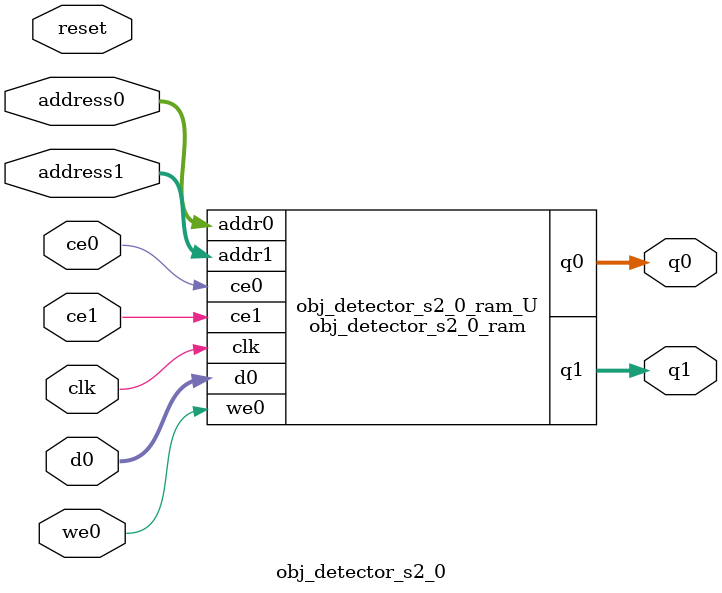
<source format=v>

`timescale 1 ns / 1 ps
module obj_detector_s2_0_ram (addr0, ce0, d0, we0, q0, addr1, ce1, q1,  clk);

parameter DWIDTH = 32;
parameter AWIDTH = 7;
parameter MEM_SIZE = 72;

input[AWIDTH-1:0] addr0;
input ce0;
input[DWIDTH-1:0] d0;
input we0;
output reg[DWIDTH-1:0] q0;
input[AWIDTH-1:0] addr1;
input ce1;
output reg[DWIDTH-1:0] q1;
input clk;

(* ram_style = "block" *)reg [DWIDTH-1:0] ram[MEM_SIZE-1:0];




always @(posedge clk)  
begin 
    if (ce0) 
    begin
        if (we0) 
        begin 
            ram[addr0] <= d0; 
            q0 <= d0;
        end 
        else 
            q0 <= ram[addr0];
    end
end


always @(posedge clk)  
begin 
    if (ce1) 
    begin
            q1 <= ram[addr1];
    end
end


endmodule


`timescale 1 ns / 1 ps
module obj_detector_s2_0(
    reset,
    clk,
    address0,
    ce0,
    we0,
    d0,
    q0,
    address1,
    ce1,
    q1);

parameter DataWidth = 32'd32;
parameter AddressRange = 32'd72;
parameter AddressWidth = 32'd7;
input reset;
input clk;
input[AddressWidth - 1:0] address0;
input ce0;
input we0;
input[DataWidth - 1:0] d0;
output[DataWidth - 1:0] q0;
input[AddressWidth - 1:0] address1;
input ce1;
output[DataWidth - 1:0] q1;



obj_detector_s2_0_ram obj_detector_s2_0_ram_U(
    .clk( clk ),
    .addr0( address0 ),
    .ce0( ce0 ),
    .d0( d0 ),
    .we0( we0 ),
    .q0( q0 ),
    .addr1( address1 ),
    .ce1( ce1 ),
    .q1( q1 ));

endmodule


</source>
